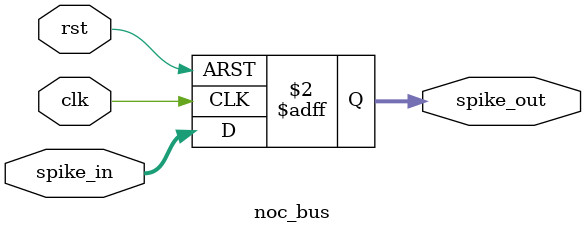
<source format=v>
`timescale 1ns / 1ps

module noc_bus #(
    parameter NUM_NODES = 4,
    parameter ADDR_WIDTH = 2
)(
    input wire clk,
    input wire rst,

    input wire [NUM_NODES-1:0] spike_in,
    output reg [NUM_NODES-1:0] spike_out
);

    always @(posedge clk or posedge rst) begin
        if (rst) begin
            spike_out <= 0;
        end else begin
            spike_out <= spike_in;  // Simple broadcast (upgradeable)
        end
    end

endmodule

</source>
